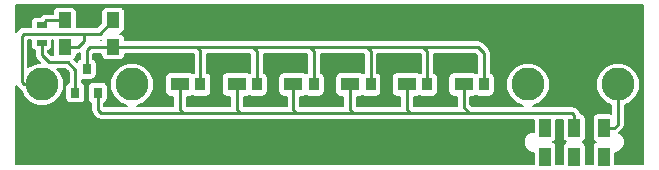
<source format=gbr>
G04 #@! TF.FileFunction,Copper,L1,Top,Signal*
%FSLAX46Y46*%
G04 Gerber Fmt 4.6, Leading zero omitted, Abs format (unit mm)*
G04 Created by KiCad (PCBNEW 4.0.7) date 11/27/17 08:52:46*
%MOMM*%
%LPD*%
G01*
G04 APERTURE LIST*
%ADD10C,0.100000*%
%ADD11C,2.794000*%
%ADD12R,1.650000X1.140000*%
%ADD13R,0.900000X1.140000*%
%ADD14R,1.100000X1.350000*%
%ADD15R,0.800000X0.900000*%
%ADD16R,0.900000X0.500000*%
%ADD17R,1.000000X1.600000*%
%ADD18C,0.250000*%
%ADD19C,0.127000*%
G04 APERTURE END LIST*
D10*
D11*
X188230000Y-112900000D03*
X195850000Y-112900000D03*
X229378000Y-112900000D03*
X236998000Y-112900000D03*
D12*
X223925000Y-112900000D03*
D13*
X225650000Y-112900000D03*
D12*
X219125000Y-112900000D03*
D13*
X220850000Y-112900000D03*
D12*
X214325000Y-112900000D03*
D13*
X216050000Y-112900000D03*
D12*
X209525000Y-112900000D03*
D13*
X211250000Y-112900000D03*
D12*
X204725000Y-112900000D03*
D13*
X206450000Y-112900000D03*
D12*
X199925000Y-112900000D03*
D13*
X201650000Y-112900000D03*
D14*
X190150000Y-109725000D03*
X194250000Y-109725000D03*
X194250000Y-107475000D03*
X190150000Y-107475000D03*
D15*
X191050000Y-113600000D03*
X192950000Y-113600000D03*
X192000000Y-111600000D03*
D16*
X188200000Y-107850000D03*
X188200000Y-109350000D03*
D17*
X230800000Y-116600000D03*
X233300000Y-116600000D03*
X235800000Y-116600000D03*
X230800000Y-119000000D03*
X233300000Y-119000000D03*
X235800000Y-119000000D03*
D18*
X190150000Y-109725000D02*
X191275000Y-109725000D01*
X191800000Y-109200000D02*
X191800000Y-108600000D01*
X191275000Y-109725000D02*
X191800000Y-109200000D01*
X188230000Y-112900000D02*
X186700000Y-112900000D01*
X193125000Y-108600000D02*
X194250000Y-107475000D01*
X186700000Y-108600000D02*
X191800000Y-108600000D01*
X191800000Y-108600000D02*
X193125000Y-108600000D01*
X186500000Y-108800000D02*
X186700000Y-108600000D01*
X186500000Y-112700000D02*
X186500000Y-108800000D01*
X186700000Y-112900000D02*
X186500000Y-112700000D01*
X224400000Y-115300000D02*
X233100000Y-115300000D01*
X233300000Y-115500000D02*
X233300000Y-116600000D01*
X233100000Y-115300000D02*
X233300000Y-115500000D01*
X200200000Y-115300000D02*
X193200000Y-115300000D01*
X192950000Y-115050000D02*
X192950000Y-113600000D01*
X193200000Y-115300000D02*
X192950000Y-115050000D01*
X205000000Y-115300000D02*
X200200000Y-115300000D01*
X199925000Y-115025000D02*
X199925000Y-112900000D01*
X200200000Y-115300000D02*
X199925000Y-115025000D01*
X209800000Y-115300000D02*
X205000000Y-115300000D01*
X204725000Y-115025000D02*
X204725000Y-112900000D01*
X205000000Y-115300000D02*
X204725000Y-115025000D01*
X214600000Y-115300000D02*
X209800000Y-115300000D01*
X209525000Y-115025000D02*
X209525000Y-112900000D01*
X209800000Y-115300000D02*
X209525000Y-115025000D01*
X219400000Y-115300000D02*
X214600000Y-115300000D01*
X214325000Y-115025000D02*
X214325000Y-112900000D01*
X214600000Y-115300000D02*
X214325000Y-115025000D01*
X224400000Y-115300000D02*
X219400000Y-115300000D01*
X219125000Y-115025000D02*
X219125000Y-112900000D01*
X219400000Y-115300000D02*
X219125000Y-115025000D01*
X223925000Y-114825000D02*
X223925000Y-112900000D01*
X224400000Y-115300000D02*
X223925000Y-114825000D01*
X220525000Y-109725000D02*
X225125000Y-109725000D01*
X225650000Y-110250000D02*
X225650000Y-112900000D01*
X225125000Y-109725000D02*
X225650000Y-110250000D01*
X215725000Y-109725000D02*
X220525000Y-109725000D01*
X220850000Y-110050000D02*
X220850000Y-112900000D01*
X220525000Y-109725000D02*
X220850000Y-110050000D01*
X210925000Y-109725000D02*
X215725000Y-109725000D01*
X216050000Y-110050000D02*
X216050000Y-112900000D01*
X215725000Y-109725000D02*
X216050000Y-110050000D01*
X206125000Y-109725000D02*
X210925000Y-109725000D01*
X211250000Y-110050000D02*
X211250000Y-112900000D01*
X210925000Y-109725000D02*
X211250000Y-110050000D01*
X201325000Y-109725000D02*
X206125000Y-109725000D01*
X206450000Y-110050000D02*
X206450000Y-112900000D01*
X206125000Y-109725000D02*
X206450000Y-110050000D01*
X194250000Y-109725000D02*
X201325000Y-109725000D01*
X201650000Y-110050000D02*
X201650000Y-112900000D01*
X201325000Y-109725000D02*
X201650000Y-110050000D01*
X192000000Y-111600000D02*
X192000000Y-110000000D01*
X192275000Y-109725000D02*
X194250000Y-109725000D01*
X192000000Y-110000000D02*
X192275000Y-109725000D01*
X190150000Y-107475000D02*
X188575000Y-107475000D01*
X188575000Y-107475000D02*
X188200000Y-107850000D01*
X191050000Y-113600000D02*
X191050000Y-111650000D01*
X188200000Y-110400000D02*
X188200000Y-109350000D01*
X188800000Y-111000000D02*
X188200000Y-110400000D01*
X190400000Y-111000000D02*
X188800000Y-111000000D01*
X191050000Y-111650000D02*
X190400000Y-111000000D01*
X235800000Y-116600000D02*
X236700000Y-116600000D01*
X236998000Y-116302000D02*
X236998000Y-112900000D01*
X236700000Y-116600000D02*
X236998000Y-116302000D01*
D19*
G36*
X239130500Y-119630500D02*
X236753208Y-119630500D01*
X236753208Y-118694547D01*
X236877146Y-118694655D01*
X237206031Y-118558762D01*
X237457878Y-118307355D01*
X237594344Y-117978708D01*
X237594655Y-117622854D01*
X237458762Y-117293969D01*
X237207355Y-117042122D01*
X237105547Y-116999847D01*
X237400698Y-116704697D01*
X237524149Y-116519938D01*
X237567500Y-116302000D01*
X237567500Y-114657193D01*
X238039763Y-114462058D01*
X238558237Y-113944488D01*
X238839180Y-113267904D01*
X238839819Y-112535310D01*
X238560058Y-111858237D01*
X238042488Y-111339763D01*
X237365904Y-111058820D01*
X236633310Y-111058181D01*
X235956237Y-111337942D01*
X235437763Y-111855512D01*
X235156820Y-112532096D01*
X235156181Y-113264690D01*
X235435942Y-113941763D01*
X235953512Y-114460237D01*
X236428500Y-114657470D01*
X236428500Y-115372814D01*
X236300000Y-115346792D01*
X235300000Y-115346792D01*
X235135278Y-115377787D01*
X234983991Y-115475137D01*
X234882498Y-115623677D01*
X234846792Y-115800000D01*
X234846792Y-117400000D01*
X234877787Y-117564722D01*
X234975137Y-117716009D01*
X235099369Y-117800893D01*
X234983991Y-117875137D01*
X234882498Y-118023677D01*
X234846792Y-118200000D01*
X234846792Y-119630500D01*
X234253208Y-119630500D01*
X234253208Y-118200000D01*
X234222213Y-118035278D01*
X234124863Y-117883991D01*
X234000631Y-117799107D01*
X234116009Y-117724863D01*
X234217502Y-117576323D01*
X234253208Y-117400000D01*
X234253208Y-115800000D01*
X234222213Y-115635278D01*
X234124863Y-115483991D01*
X233976323Y-115382498D01*
X233840663Y-115355026D01*
X233826149Y-115282062D01*
X233800007Y-115242938D01*
X233702698Y-115097303D01*
X233502697Y-114897303D01*
X233317938Y-114773851D01*
X233100000Y-114730500D01*
X229770084Y-114730500D01*
X230419763Y-114462058D01*
X230938237Y-113944488D01*
X231219180Y-113267904D01*
X231219819Y-112535310D01*
X230940058Y-111858237D01*
X230422488Y-111339763D01*
X229745904Y-111058820D01*
X229013310Y-111058181D01*
X228336237Y-111337942D01*
X227817763Y-111855512D01*
X227536820Y-112532096D01*
X227536181Y-113264690D01*
X227815942Y-113941763D01*
X228333512Y-114460237D01*
X228984376Y-114730500D01*
X224635895Y-114730500D01*
X224494500Y-114589106D01*
X224494500Y-113923208D01*
X224750000Y-113923208D01*
X224914722Y-113892213D01*
X224974384Y-113853822D01*
X225023677Y-113887502D01*
X225200000Y-113923208D01*
X226100000Y-113923208D01*
X226264722Y-113892213D01*
X226416009Y-113794863D01*
X226517502Y-113646323D01*
X226553208Y-113470000D01*
X226553208Y-112330000D01*
X226522213Y-112165278D01*
X226424863Y-112013991D01*
X226276323Y-111912498D01*
X226219500Y-111900991D01*
X226219500Y-110250000D01*
X226176149Y-110032062D01*
X226052697Y-109847303D01*
X225527697Y-109322303D01*
X225342938Y-109198851D01*
X225125000Y-109155500D01*
X195253208Y-109155500D01*
X195253208Y-109050000D01*
X195222213Y-108885278D01*
X195124863Y-108733991D01*
X194976323Y-108632498D01*
X194816423Y-108600118D01*
X194964722Y-108572213D01*
X195116009Y-108474863D01*
X195217502Y-108326323D01*
X195253208Y-108150000D01*
X195253208Y-106800000D01*
X195222213Y-106635278D01*
X195124863Y-106483991D01*
X194976323Y-106382498D01*
X194800000Y-106346792D01*
X193700000Y-106346792D01*
X193535278Y-106377787D01*
X193383991Y-106475137D01*
X193282498Y-106623677D01*
X193246792Y-106800000D01*
X193246792Y-107672814D01*
X192889106Y-108030500D01*
X191153208Y-108030500D01*
X191153208Y-106800000D01*
X191122213Y-106635278D01*
X191024863Y-106483991D01*
X190876323Y-106382498D01*
X190700000Y-106346792D01*
X189600000Y-106346792D01*
X189435278Y-106377787D01*
X189283991Y-106475137D01*
X189182498Y-106623677D01*
X189146792Y-106800000D01*
X189146792Y-106905500D01*
X188575000Y-106905500D01*
X188357062Y-106948851D01*
X188172303Y-107072303D01*
X188097814Y-107146792D01*
X187750000Y-107146792D01*
X187585278Y-107177787D01*
X187433991Y-107275137D01*
X187332498Y-107423677D01*
X187296792Y-107600000D01*
X187296792Y-108030500D01*
X186700000Y-108030500D01*
X186482062Y-108073851D01*
X186297303Y-108197302D01*
X186097303Y-108397303D01*
X186069500Y-108438913D01*
X186069500Y-106169500D01*
X239130500Y-106169500D01*
X239130500Y-119630500D01*
X239130500Y-119630500D01*
G37*
X239130500Y-119630500D02*
X236753208Y-119630500D01*
X236753208Y-118694547D01*
X236877146Y-118694655D01*
X237206031Y-118558762D01*
X237457878Y-118307355D01*
X237594344Y-117978708D01*
X237594655Y-117622854D01*
X237458762Y-117293969D01*
X237207355Y-117042122D01*
X237105547Y-116999847D01*
X237400698Y-116704697D01*
X237524149Y-116519938D01*
X237567500Y-116302000D01*
X237567500Y-114657193D01*
X238039763Y-114462058D01*
X238558237Y-113944488D01*
X238839180Y-113267904D01*
X238839819Y-112535310D01*
X238560058Y-111858237D01*
X238042488Y-111339763D01*
X237365904Y-111058820D01*
X236633310Y-111058181D01*
X235956237Y-111337942D01*
X235437763Y-111855512D01*
X235156820Y-112532096D01*
X235156181Y-113264690D01*
X235435942Y-113941763D01*
X235953512Y-114460237D01*
X236428500Y-114657470D01*
X236428500Y-115372814D01*
X236300000Y-115346792D01*
X235300000Y-115346792D01*
X235135278Y-115377787D01*
X234983991Y-115475137D01*
X234882498Y-115623677D01*
X234846792Y-115800000D01*
X234846792Y-117400000D01*
X234877787Y-117564722D01*
X234975137Y-117716009D01*
X235099369Y-117800893D01*
X234983991Y-117875137D01*
X234882498Y-118023677D01*
X234846792Y-118200000D01*
X234846792Y-119630500D01*
X234253208Y-119630500D01*
X234253208Y-118200000D01*
X234222213Y-118035278D01*
X234124863Y-117883991D01*
X234000631Y-117799107D01*
X234116009Y-117724863D01*
X234217502Y-117576323D01*
X234253208Y-117400000D01*
X234253208Y-115800000D01*
X234222213Y-115635278D01*
X234124863Y-115483991D01*
X233976323Y-115382498D01*
X233840663Y-115355026D01*
X233826149Y-115282062D01*
X233800007Y-115242938D01*
X233702698Y-115097303D01*
X233502697Y-114897303D01*
X233317938Y-114773851D01*
X233100000Y-114730500D01*
X229770084Y-114730500D01*
X230419763Y-114462058D01*
X230938237Y-113944488D01*
X231219180Y-113267904D01*
X231219819Y-112535310D01*
X230940058Y-111858237D01*
X230422488Y-111339763D01*
X229745904Y-111058820D01*
X229013310Y-111058181D01*
X228336237Y-111337942D01*
X227817763Y-111855512D01*
X227536820Y-112532096D01*
X227536181Y-113264690D01*
X227815942Y-113941763D01*
X228333512Y-114460237D01*
X228984376Y-114730500D01*
X224635895Y-114730500D01*
X224494500Y-114589106D01*
X224494500Y-113923208D01*
X224750000Y-113923208D01*
X224914722Y-113892213D01*
X224974384Y-113853822D01*
X225023677Y-113887502D01*
X225200000Y-113923208D01*
X226100000Y-113923208D01*
X226264722Y-113892213D01*
X226416009Y-113794863D01*
X226517502Y-113646323D01*
X226553208Y-113470000D01*
X226553208Y-112330000D01*
X226522213Y-112165278D01*
X226424863Y-112013991D01*
X226276323Y-111912498D01*
X226219500Y-111900991D01*
X226219500Y-110250000D01*
X226176149Y-110032062D01*
X226052697Y-109847303D01*
X225527697Y-109322303D01*
X225342938Y-109198851D01*
X225125000Y-109155500D01*
X195253208Y-109155500D01*
X195253208Y-109050000D01*
X195222213Y-108885278D01*
X195124863Y-108733991D01*
X194976323Y-108632498D01*
X194816423Y-108600118D01*
X194964722Y-108572213D01*
X195116009Y-108474863D01*
X195217502Y-108326323D01*
X195253208Y-108150000D01*
X195253208Y-106800000D01*
X195222213Y-106635278D01*
X195124863Y-106483991D01*
X194976323Y-106382498D01*
X194800000Y-106346792D01*
X193700000Y-106346792D01*
X193535278Y-106377787D01*
X193383991Y-106475137D01*
X193282498Y-106623677D01*
X193246792Y-106800000D01*
X193246792Y-107672814D01*
X192889106Y-108030500D01*
X191153208Y-108030500D01*
X191153208Y-106800000D01*
X191122213Y-106635278D01*
X191024863Y-106483991D01*
X190876323Y-106382498D01*
X190700000Y-106346792D01*
X189600000Y-106346792D01*
X189435278Y-106377787D01*
X189283991Y-106475137D01*
X189182498Y-106623677D01*
X189146792Y-106800000D01*
X189146792Y-106905500D01*
X188575000Y-106905500D01*
X188357062Y-106948851D01*
X188172303Y-107072303D01*
X188097814Y-107146792D01*
X187750000Y-107146792D01*
X187585278Y-107177787D01*
X187433991Y-107275137D01*
X187332498Y-107423677D01*
X187296792Y-107600000D01*
X187296792Y-108030500D01*
X186700000Y-108030500D01*
X186482062Y-108073851D01*
X186297303Y-108197302D01*
X186097303Y-108397303D01*
X186069500Y-108438913D01*
X186069500Y-106169500D01*
X239130500Y-106169500D01*
X239130500Y-119630500D01*
G36*
X232346792Y-117400000D02*
X232377787Y-117564722D01*
X232475137Y-117716009D01*
X232599369Y-117800893D01*
X232483991Y-117875137D01*
X232382498Y-118023677D01*
X232346792Y-118200000D01*
X232346792Y-119630500D01*
X231753208Y-119630500D01*
X231753208Y-118200000D01*
X231722213Y-118035278D01*
X231624863Y-117883991D01*
X231500631Y-117799107D01*
X231616009Y-117724863D01*
X231717502Y-117576323D01*
X231753208Y-117400000D01*
X231753208Y-115869500D01*
X232346792Y-115869500D01*
X232346792Y-117400000D01*
X232346792Y-117400000D01*
G37*
X232346792Y-117400000D02*
X232377787Y-117564722D01*
X232475137Y-117716009D01*
X232599369Y-117800893D01*
X232483991Y-117875137D01*
X232382498Y-118023677D01*
X232346792Y-118200000D01*
X232346792Y-119630500D01*
X231753208Y-119630500D01*
X231753208Y-118200000D01*
X231722213Y-118035278D01*
X231624863Y-117883991D01*
X231500631Y-117799107D01*
X231616009Y-117724863D01*
X231717502Y-117576323D01*
X231753208Y-117400000D01*
X231753208Y-115869500D01*
X232346792Y-115869500D01*
X232346792Y-117400000D01*
G36*
X193246792Y-110400000D02*
X193277787Y-110564722D01*
X193375137Y-110716009D01*
X193523677Y-110817502D01*
X193700000Y-110853208D01*
X194800000Y-110853208D01*
X194964722Y-110822213D01*
X195116009Y-110724863D01*
X195217502Y-110576323D01*
X195253208Y-110400000D01*
X195253208Y-110294500D01*
X201080500Y-110294500D01*
X201080500Y-111899278D01*
X201035278Y-111907787D01*
X200975616Y-111946178D01*
X200926323Y-111912498D01*
X200750000Y-111876792D01*
X199100000Y-111876792D01*
X198935278Y-111907787D01*
X198783991Y-112005137D01*
X198682498Y-112153677D01*
X198646792Y-112330000D01*
X198646792Y-113470000D01*
X198677787Y-113634722D01*
X198775137Y-113786009D01*
X198923677Y-113887502D01*
X199100000Y-113923208D01*
X199355500Y-113923208D01*
X199355500Y-114730500D01*
X196242084Y-114730500D01*
X196891763Y-114462058D01*
X197410237Y-113944488D01*
X197691180Y-113267904D01*
X197691819Y-112535310D01*
X197412058Y-111858237D01*
X196894488Y-111339763D01*
X196217904Y-111058820D01*
X195485310Y-111058181D01*
X194808237Y-111337942D01*
X194289763Y-111855512D01*
X194008820Y-112532096D01*
X194008181Y-113264690D01*
X194287942Y-113941763D01*
X194805512Y-114460237D01*
X195456376Y-114730500D01*
X193519500Y-114730500D01*
X193519500Y-114469138D01*
X193666009Y-114374863D01*
X193767502Y-114226323D01*
X193803208Y-114050000D01*
X193803208Y-113150000D01*
X193772213Y-112985278D01*
X193674863Y-112833991D01*
X193526323Y-112732498D01*
X193350000Y-112696792D01*
X192550000Y-112696792D01*
X192385278Y-112727787D01*
X192233991Y-112825137D01*
X192132498Y-112973677D01*
X192096792Y-113150000D01*
X192096792Y-114050000D01*
X192127787Y-114214722D01*
X192225137Y-114366009D01*
X192373677Y-114467502D01*
X192380500Y-114468884D01*
X192380500Y-115050000D01*
X192423851Y-115267938D01*
X192547303Y-115452697D01*
X192797302Y-115702697D01*
X192942927Y-115800000D01*
X192982062Y-115826149D01*
X193200000Y-115869500D01*
X229846792Y-115869500D01*
X229846792Y-116905453D01*
X229722854Y-116905345D01*
X229393969Y-117041238D01*
X229142122Y-117292645D01*
X229005656Y-117621292D01*
X229005345Y-117977146D01*
X229141238Y-118306031D01*
X229392645Y-118557878D01*
X229721292Y-118694344D01*
X229846792Y-118694454D01*
X229846792Y-119630500D01*
X186069500Y-119630500D01*
X186069500Y-113061087D01*
X186097303Y-113102697D01*
X186297303Y-113302698D01*
X186444534Y-113401073D01*
X186667942Y-113941763D01*
X187185512Y-114460237D01*
X187862096Y-114741180D01*
X188594690Y-114741819D01*
X189271763Y-114462058D01*
X189790237Y-113944488D01*
X190071180Y-113267904D01*
X190071819Y-112535310D01*
X189792058Y-111858237D01*
X189503824Y-111569500D01*
X190164106Y-111569500D01*
X190480500Y-111885894D01*
X190480500Y-112730862D01*
X190333991Y-112825137D01*
X190232498Y-112973677D01*
X190196792Y-113150000D01*
X190196792Y-114050000D01*
X190227787Y-114214722D01*
X190325137Y-114366009D01*
X190473677Y-114467502D01*
X190650000Y-114503208D01*
X191450000Y-114503208D01*
X191614722Y-114472213D01*
X191766009Y-114374863D01*
X191867502Y-114226323D01*
X191903208Y-114050000D01*
X191903208Y-113150000D01*
X191872213Y-112985278D01*
X191774863Y-112833991D01*
X191626323Y-112732498D01*
X191619500Y-112731116D01*
X191619500Y-112503208D01*
X192400000Y-112503208D01*
X192564722Y-112472213D01*
X192716009Y-112374863D01*
X192817502Y-112226323D01*
X192853208Y-112050000D01*
X192853208Y-111150000D01*
X192822213Y-110985278D01*
X192724863Y-110833991D01*
X192576323Y-110732498D01*
X192569500Y-110731116D01*
X192569500Y-110294500D01*
X193246792Y-110294500D01*
X193246792Y-110400000D01*
X193246792Y-110400000D01*
G37*
X193246792Y-110400000D02*
X193277787Y-110564722D01*
X193375137Y-110716009D01*
X193523677Y-110817502D01*
X193700000Y-110853208D01*
X194800000Y-110853208D01*
X194964722Y-110822213D01*
X195116009Y-110724863D01*
X195217502Y-110576323D01*
X195253208Y-110400000D01*
X195253208Y-110294500D01*
X201080500Y-110294500D01*
X201080500Y-111899278D01*
X201035278Y-111907787D01*
X200975616Y-111946178D01*
X200926323Y-111912498D01*
X200750000Y-111876792D01*
X199100000Y-111876792D01*
X198935278Y-111907787D01*
X198783991Y-112005137D01*
X198682498Y-112153677D01*
X198646792Y-112330000D01*
X198646792Y-113470000D01*
X198677787Y-113634722D01*
X198775137Y-113786009D01*
X198923677Y-113887502D01*
X199100000Y-113923208D01*
X199355500Y-113923208D01*
X199355500Y-114730500D01*
X196242084Y-114730500D01*
X196891763Y-114462058D01*
X197410237Y-113944488D01*
X197691180Y-113267904D01*
X197691819Y-112535310D01*
X197412058Y-111858237D01*
X196894488Y-111339763D01*
X196217904Y-111058820D01*
X195485310Y-111058181D01*
X194808237Y-111337942D01*
X194289763Y-111855512D01*
X194008820Y-112532096D01*
X194008181Y-113264690D01*
X194287942Y-113941763D01*
X194805512Y-114460237D01*
X195456376Y-114730500D01*
X193519500Y-114730500D01*
X193519500Y-114469138D01*
X193666009Y-114374863D01*
X193767502Y-114226323D01*
X193803208Y-114050000D01*
X193803208Y-113150000D01*
X193772213Y-112985278D01*
X193674863Y-112833991D01*
X193526323Y-112732498D01*
X193350000Y-112696792D01*
X192550000Y-112696792D01*
X192385278Y-112727787D01*
X192233991Y-112825137D01*
X192132498Y-112973677D01*
X192096792Y-113150000D01*
X192096792Y-114050000D01*
X192127787Y-114214722D01*
X192225137Y-114366009D01*
X192373677Y-114467502D01*
X192380500Y-114468884D01*
X192380500Y-115050000D01*
X192423851Y-115267938D01*
X192547303Y-115452697D01*
X192797302Y-115702697D01*
X192942927Y-115800000D01*
X192982062Y-115826149D01*
X193200000Y-115869500D01*
X229846792Y-115869500D01*
X229846792Y-116905453D01*
X229722854Y-116905345D01*
X229393969Y-117041238D01*
X229142122Y-117292645D01*
X229005656Y-117621292D01*
X229005345Y-117977146D01*
X229141238Y-118306031D01*
X229392645Y-118557878D01*
X229721292Y-118694344D01*
X229846792Y-118694454D01*
X229846792Y-119630500D01*
X186069500Y-119630500D01*
X186069500Y-113061087D01*
X186097303Y-113102697D01*
X186297303Y-113302698D01*
X186444534Y-113401073D01*
X186667942Y-113941763D01*
X187185512Y-114460237D01*
X187862096Y-114741180D01*
X188594690Y-114741819D01*
X189271763Y-114462058D01*
X189790237Y-113944488D01*
X190071180Y-113267904D01*
X190071819Y-112535310D01*
X189792058Y-111858237D01*
X189503824Y-111569500D01*
X190164106Y-111569500D01*
X190480500Y-111885894D01*
X190480500Y-112730862D01*
X190333991Y-112825137D01*
X190232498Y-112973677D01*
X190196792Y-113150000D01*
X190196792Y-114050000D01*
X190227787Y-114214722D01*
X190325137Y-114366009D01*
X190473677Y-114467502D01*
X190650000Y-114503208D01*
X191450000Y-114503208D01*
X191614722Y-114472213D01*
X191766009Y-114374863D01*
X191867502Y-114226323D01*
X191903208Y-114050000D01*
X191903208Y-113150000D01*
X191872213Y-112985278D01*
X191774863Y-112833991D01*
X191626323Y-112732498D01*
X191619500Y-112731116D01*
X191619500Y-112503208D01*
X192400000Y-112503208D01*
X192564722Y-112472213D01*
X192716009Y-112374863D01*
X192817502Y-112226323D01*
X192853208Y-112050000D01*
X192853208Y-111150000D01*
X192822213Y-110985278D01*
X192724863Y-110833991D01*
X192576323Y-110732498D01*
X192569500Y-110731116D01*
X192569500Y-110294500D01*
X193246792Y-110294500D01*
X193246792Y-110400000D01*
G36*
X220280500Y-111899278D02*
X220235278Y-111907787D01*
X220175616Y-111946178D01*
X220126323Y-111912498D01*
X219950000Y-111876792D01*
X218300000Y-111876792D01*
X218135278Y-111907787D01*
X217983991Y-112005137D01*
X217882498Y-112153677D01*
X217846792Y-112330000D01*
X217846792Y-113470000D01*
X217877787Y-113634722D01*
X217975137Y-113786009D01*
X218123677Y-113887502D01*
X218300000Y-113923208D01*
X218555500Y-113923208D01*
X218555500Y-114730500D01*
X214894500Y-114730500D01*
X214894500Y-113923208D01*
X215150000Y-113923208D01*
X215314722Y-113892213D01*
X215374384Y-113853822D01*
X215423677Y-113887502D01*
X215600000Y-113923208D01*
X216500000Y-113923208D01*
X216664722Y-113892213D01*
X216816009Y-113794863D01*
X216917502Y-113646323D01*
X216953208Y-113470000D01*
X216953208Y-112330000D01*
X216922213Y-112165278D01*
X216824863Y-112013991D01*
X216676323Y-111912498D01*
X216619500Y-111900991D01*
X216619500Y-110294500D01*
X220280500Y-110294500D01*
X220280500Y-111899278D01*
X220280500Y-111899278D01*
G37*
X220280500Y-111899278D02*
X220235278Y-111907787D01*
X220175616Y-111946178D01*
X220126323Y-111912498D01*
X219950000Y-111876792D01*
X218300000Y-111876792D01*
X218135278Y-111907787D01*
X217983991Y-112005137D01*
X217882498Y-112153677D01*
X217846792Y-112330000D01*
X217846792Y-113470000D01*
X217877787Y-113634722D01*
X217975137Y-113786009D01*
X218123677Y-113887502D01*
X218300000Y-113923208D01*
X218555500Y-113923208D01*
X218555500Y-114730500D01*
X214894500Y-114730500D01*
X214894500Y-113923208D01*
X215150000Y-113923208D01*
X215314722Y-113892213D01*
X215374384Y-113853822D01*
X215423677Y-113887502D01*
X215600000Y-113923208D01*
X216500000Y-113923208D01*
X216664722Y-113892213D01*
X216816009Y-113794863D01*
X216917502Y-113646323D01*
X216953208Y-113470000D01*
X216953208Y-112330000D01*
X216922213Y-112165278D01*
X216824863Y-112013991D01*
X216676323Y-111912498D01*
X216619500Y-111900991D01*
X216619500Y-110294500D01*
X220280500Y-110294500D01*
X220280500Y-111899278D01*
G36*
X205880500Y-111899278D02*
X205835278Y-111907787D01*
X205775616Y-111946178D01*
X205726323Y-111912498D01*
X205550000Y-111876792D01*
X203900000Y-111876792D01*
X203735278Y-111907787D01*
X203583991Y-112005137D01*
X203482498Y-112153677D01*
X203446792Y-112330000D01*
X203446792Y-113470000D01*
X203477787Y-113634722D01*
X203575137Y-113786009D01*
X203723677Y-113887502D01*
X203900000Y-113923208D01*
X204155500Y-113923208D01*
X204155500Y-114730500D01*
X200494500Y-114730500D01*
X200494500Y-113923208D01*
X200750000Y-113923208D01*
X200914722Y-113892213D01*
X200974384Y-113853822D01*
X201023677Y-113887502D01*
X201200000Y-113923208D01*
X202100000Y-113923208D01*
X202264722Y-113892213D01*
X202416009Y-113794863D01*
X202517502Y-113646323D01*
X202553208Y-113470000D01*
X202553208Y-112330000D01*
X202522213Y-112165278D01*
X202424863Y-112013991D01*
X202276323Y-111912498D01*
X202219500Y-111900991D01*
X202219500Y-110294500D01*
X205880500Y-110294500D01*
X205880500Y-111899278D01*
X205880500Y-111899278D01*
G37*
X205880500Y-111899278D02*
X205835278Y-111907787D01*
X205775616Y-111946178D01*
X205726323Y-111912498D01*
X205550000Y-111876792D01*
X203900000Y-111876792D01*
X203735278Y-111907787D01*
X203583991Y-112005137D01*
X203482498Y-112153677D01*
X203446792Y-112330000D01*
X203446792Y-113470000D01*
X203477787Y-113634722D01*
X203575137Y-113786009D01*
X203723677Y-113887502D01*
X203900000Y-113923208D01*
X204155500Y-113923208D01*
X204155500Y-114730500D01*
X200494500Y-114730500D01*
X200494500Y-113923208D01*
X200750000Y-113923208D01*
X200914722Y-113892213D01*
X200974384Y-113853822D01*
X201023677Y-113887502D01*
X201200000Y-113923208D01*
X202100000Y-113923208D01*
X202264722Y-113892213D01*
X202416009Y-113794863D01*
X202517502Y-113646323D01*
X202553208Y-113470000D01*
X202553208Y-112330000D01*
X202522213Y-112165278D01*
X202424863Y-112013991D01*
X202276323Y-111912498D01*
X202219500Y-111900991D01*
X202219500Y-110294500D01*
X205880500Y-110294500D01*
X205880500Y-111899278D01*
G36*
X210680500Y-111899278D02*
X210635278Y-111907787D01*
X210575616Y-111946178D01*
X210526323Y-111912498D01*
X210350000Y-111876792D01*
X208700000Y-111876792D01*
X208535278Y-111907787D01*
X208383991Y-112005137D01*
X208282498Y-112153677D01*
X208246792Y-112330000D01*
X208246792Y-113470000D01*
X208277787Y-113634722D01*
X208375137Y-113786009D01*
X208523677Y-113887502D01*
X208700000Y-113923208D01*
X208955500Y-113923208D01*
X208955500Y-114730500D01*
X205294500Y-114730500D01*
X205294500Y-113923208D01*
X205550000Y-113923208D01*
X205714722Y-113892213D01*
X205774384Y-113853822D01*
X205823677Y-113887502D01*
X206000000Y-113923208D01*
X206900000Y-113923208D01*
X207064722Y-113892213D01*
X207216009Y-113794863D01*
X207317502Y-113646323D01*
X207353208Y-113470000D01*
X207353208Y-112330000D01*
X207322213Y-112165278D01*
X207224863Y-112013991D01*
X207076323Y-111912498D01*
X207019500Y-111900991D01*
X207019500Y-110294500D01*
X210680500Y-110294500D01*
X210680500Y-111899278D01*
X210680500Y-111899278D01*
G37*
X210680500Y-111899278D02*
X210635278Y-111907787D01*
X210575616Y-111946178D01*
X210526323Y-111912498D01*
X210350000Y-111876792D01*
X208700000Y-111876792D01*
X208535278Y-111907787D01*
X208383991Y-112005137D01*
X208282498Y-112153677D01*
X208246792Y-112330000D01*
X208246792Y-113470000D01*
X208277787Y-113634722D01*
X208375137Y-113786009D01*
X208523677Y-113887502D01*
X208700000Y-113923208D01*
X208955500Y-113923208D01*
X208955500Y-114730500D01*
X205294500Y-114730500D01*
X205294500Y-113923208D01*
X205550000Y-113923208D01*
X205714722Y-113892213D01*
X205774384Y-113853822D01*
X205823677Y-113887502D01*
X206000000Y-113923208D01*
X206900000Y-113923208D01*
X207064722Y-113892213D01*
X207216009Y-113794863D01*
X207317502Y-113646323D01*
X207353208Y-113470000D01*
X207353208Y-112330000D01*
X207322213Y-112165278D01*
X207224863Y-112013991D01*
X207076323Y-111912498D01*
X207019500Y-111900991D01*
X207019500Y-110294500D01*
X210680500Y-110294500D01*
X210680500Y-111899278D01*
G36*
X215480500Y-111899278D02*
X215435278Y-111907787D01*
X215375616Y-111946178D01*
X215326323Y-111912498D01*
X215150000Y-111876792D01*
X213500000Y-111876792D01*
X213335278Y-111907787D01*
X213183991Y-112005137D01*
X213082498Y-112153677D01*
X213046792Y-112330000D01*
X213046792Y-113470000D01*
X213077787Y-113634722D01*
X213175137Y-113786009D01*
X213323677Y-113887502D01*
X213500000Y-113923208D01*
X213755500Y-113923208D01*
X213755500Y-114730500D01*
X210094500Y-114730500D01*
X210094500Y-113923208D01*
X210350000Y-113923208D01*
X210514722Y-113892213D01*
X210574384Y-113853822D01*
X210623677Y-113887502D01*
X210800000Y-113923208D01*
X211700000Y-113923208D01*
X211864722Y-113892213D01*
X212016009Y-113794863D01*
X212117502Y-113646323D01*
X212153208Y-113470000D01*
X212153208Y-112330000D01*
X212122213Y-112165278D01*
X212024863Y-112013991D01*
X211876323Y-111912498D01*
X211819500Y-111900991D01*
X211819500Y-110294500D01*
X215480500Y-110294500D01*
X215480500Y-111899278D01*
X215480500Y-111899278D01*
G37*
X215480500Y-111899278D02*
X215435278Y-111907787D01*
X215375616Y-111946178D01*
X215326323Y-111912498D01*
X215150000Y-111876792D01*
X213500000Y-111876792D01*
X213335278Y-111907787D01*
X213183991Y-112005137D01*
X213082498Y-112153677D01*
X213046792Y-112330000D01*
X213046792Y-113470000D01*
X213077787Y-113634722D01*
X213175137Y-113786009D01*
X213323677Y-113887502D01*
X213500000Y-113923208D01*
X213755500Y-113923208D01*
X213755500Y-114730500D01*
X210094500Y-114730500D01*
X210094500Y-113923208D01*
X210350000Y-113923208D01*
X210514722Y-113892213D01*
X210574384Y-113853822D01*
X210623677Y-113887502D01*
X210800000Y-113923208D01*
X211700000Y-113923208D01*
X211864722Y-113892213D01*
X212016009Y-113794863D01*
X212117502Y-113646323D01*
X212153208Y-113470000D01*
X212153208Y-112330000D01*
X212122213Y-112165278D01*
X212024863Y-112013991D01*
X211876323Y-111912498D01*
X211819500Y-111900991D01*
X211819500Y-110294500D01*
X215480500Y-110294500D01*
X215480500Y-111899278D01*
G36*
X225080500Y-110485894D02*
X225080500Y-111899278D01*
X225035278Y-111907787D01*
X224975616Y-111946178D01*
X224926323Y-111912498D01*
X224750000Y-111876792D01*
X223100000Y-111876792D01*
X222935278Y-111907787D01*
X222783991Y-112005137D01*
X222682498Y-112153677D01*
X222646792Y-112330000D01*
X222646792Y-113470000D01*
X222677787Y-113634722D01*
X222775137Y-113786009D01*
X222923677Y-113887502D01*
X223100000Y-113923208D01*
X223355500Y-113923208D01*
X223355500Y-114730500D01*
X219694500Y-114730500D01*
X219694500Y-113923208D01*
X219950000Y-113923208D01*
X220114722Y-113892213D01*
X220174384Y-113853822D01*
X220223677Y-113887502D01*
X220400000Y-113923208D01*
X221300000Y-113923208D01*
X221464722Y-113892213D01*
X221616009Y-113794863D01*
X221717502Y-113646323D01*
X221753208Y-113470000D01*
X221753208Y-112330000D01*
X221722213Y-112165278D01*
X221624863Y-112013991D01*
X221476323Y-111912498D01*
X221419500Y-111900991D01*
X221419500Y-110294500D01*
X224889106Y-110294500D01*
X225080500Y-110485894D01*
X225080500Y-110485894D01*
G37*
X225080500Y-110485894D02*
X225080500Y-111899278D01*
X225035278Y-111907787D01*
X224975616Y-111946178D01*
X224926323Y-111912498D01*
X224750000Y-111876792D01*
X223100000Y-111876792D01*
X222935278Y-111907787D01*
X222783991Y-112005137D01*
X222682498Y-112153677D01*
X222646792Y-112330000D01*
X222646792Y-113470000D01*
X222677787Y-113634722D01*
X222775137Y-113786009D01*
X222923677Y-113887502D01*
X223100000Y-113923208D01*
X223355500Y-113923208D01*
X223355500Y-114730500D01*
X219694500Y-114730500D01*
X219694500Y-113923208D01*
X219950000Y-113923208D01*
X220114722Y-113892213D01*
X220174384Y-113853822D01*
X220223677Y-113887502D01*
X220400000Y-113923208D01*
X221300000Y-113923208D01*
X221464722Y-113892213D01*
X221616009Y-113794863D01*
X221717502Y-113646323D01*
X221753208Y-113470000D01*
X221753208Y-112330000D01*
X221722213Y-112165278D01*
X221624863Y-112013991D01*
X221476323Y-111912498D01*
X221419500Y-111900991D01*
X221419500Y-110294500D01*
X224889106Y-110294500D01*
X225080500Y-110485894D01*
G36*
X187296792Y-109600000D02*
X187327787Y-109764722D01*
X187425137Y-109916009D01*
X187573677Y-110017502D01*
X187630500Y-110029009D01*
X187630500Y-110400000D01*
X187673851Y-110617938D01*
X187797303Y-110802697D01*
X188052951Y-111058345D01*
X187865310Y-111058181D01*
X187188237Y-111337942D01*
X187069500Y-111456472D01*
X187069500Y-109169500D01*
X187296792Y-109169500D01*
X187296792Y-109600000D01*
X187296792Y-109600000D01*
G37*
X187296792Y-109600000D02*
X187327787Y-109764722D01*
X187425137Y-109916009D01*
X187573677Y-110017502D01*
X187630500Y-110029009D01*
X187630500Y-110400000D01*
X187673851Y-110617938D01*
X187797303Y-110802697D01*
X188052951Y-111058345D01*
X187865310Y-111058181D01*
X187188237Y-111337942D01*
X187069500Y-111456472D01*
X187069500Y-109169500D01*
X187296792Y-109169500D01*
X187296792Y-109600000D01*
G36*
X191430500Y-110730862D02*
X191283991Y-110825137D01*
X191182498Y-110973677D01*
X191181921Y-110976527D01*
X190963832Y-110758438D01*
X191016009Y-110724863D01*
X191117502Y-110576323D01*
X191153208Y-110400000D01*
X191153208Y-110294500D01*
X191275000Y-110294500D01*
X191430500Y-110263569D01*
X191430500Y-110730862D01*
X191430500Y-110730862D01*
G37*
X191430500Y-110730862D02*
X191283991Y-110825137D01*
X191182498Y-110973677D01*
X191181921Y-110976527D01*
X190963832Y-110758438D01*
X191016009Y-110724863D01*
X191117502Y-110576323D01*
X191153208Y-110400000D01*
X191153208Y-110294500D01*
X191275000Y-110294500D01*
X191430500Y-110263569D01*
X191430500Y-110730862D01*
G36*
X189146792Y-110400000D02*
X189152531Y-110430500D01*
X189035894Y-110430500D01*
X188769500Y-110164106D01*
X188769500Y-110030722D01*
X188814722Y-110022213D01*
X188966009Y-109924863D01*
X189067502Y-109776323D01*
X189103208Y-109600000D01*
X189103208Y-109169500D01*
X189146792Y-109169500D01*
X189146792Y-110400000D01*
X189146792Y-110400000D01*
G37*
X189146792Y-110400000D02*
X189152531Y-110430500D01*
X189035894Y-110430500D01*
X188769500Y-110164106D01*
X188769500Y-110030722D01*
X188814722Y-110022213D01*
X188966009Y-109924863D01*
X189067502Y-109776323D01*
X189103208Y-109600000D01*
X189103208Y-109169500D01*
X189146792Y-109169500D01*
X189146792Y-110400000D01*
G36*
X193246792Y-109155500D02*
X193195382Y-109155500D01*
X193246792Y-109145274D01*
X193246792Y-109155500D01*
X193246792Y-109155500D01*
G37*
X193246792Y-109155500D02*
X193195382Y-109155500D01*
X193246792Y-109145274D01*
X193246792Y-109155500D01*
M02*

</source>
